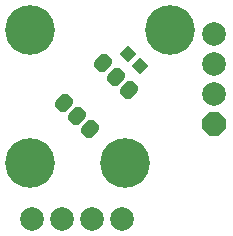
<source format=gts>
G04 Layer_Color=8388736*
%FSLAX44Y44*%
%MOMM*%
G71*
G01*
G75*
G04:AMPARAMS|DCode=17|XSize=1.5032mm|YSize=1.2032mm|CornerRadius=0.3516mm|HoleSize=0mm|Usage=FLASHONLY|Rotation=45.000|XOffset=0mm|YOffset=0mm|HoleType=Round|Shape=RoundedRectangle|*
%AMROUNDEDRECTD17*
21,1,1.5032,0.5000,0,0,45.0*
21,1,0.8000,1.2032,0,0,45.0*
1,1,0.7032,0.4596,0.1061*
1,1,0.7032,-0.1061,-0.4596*
1,1,0.7032,-0.4596,-0.1061*
1,1,0.7032,0.1061,0.4596*
%
%ADD17ROUNDEDRECTD17*%
%ADD18P,1.4894X4X90.0*%
%ADD19C,4.2032*%
%ADD20C,2.0032*%
%ADD21P,2.1683X8X112.5*%
D17*
X977246Y809270D02*
D03*
X988383Y798133D02*
D03*
X999520Y786996D02*
D03*
X1032754Y820230D02*
D03*
X1021617Y831367D02*
D03*
X1010480Y842504D02*
D03*
D18*
X1041400Y840601D02*
D03*
X1031500Y850500D02*
D03*
D19*
X1028902Y758180D02*
D03*
X948902D02*
D03*
Y870780D02*
D03*
X1066902D02*
D03*
D20*
X1026160Y711200D02*
D03*
X949960D02*
D03*
X975360D02*
D03*
X1000760D02*
D03*
X1104750Y816550D02*
D03*
Y841950D02*
D03*
Y867350D02*
D03*
D21*
Y791150D02*
D03*
M02*

</source>
